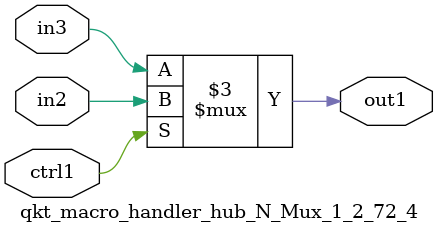
<source format=v>

`timescale 1ps / 1ps


module qkt_macro_handler_hub_N_Mux_1_2_72_4( in3, in2, ctrl1, out1 );

    input in3;
    input in2;
    input ctrl1;
    output out1;
    reg out1;

    
    // rtl_process:qkt_macro_handler_hub_N_Mux_1_2_72_4/qkt_macro_handler_hub_N_Mux_1_2_72_4_thread_1
    always @*
      begin : qkt_macro_handler_hub_N_Mux_1_2_72_4_thread_1
        case (ctrl1) 
          1'b1: 
            begin
              out1 = in2;
            end
          default: 
            begin
              out1 = in3;
            end
        endcase
      end

endmodule





</source>
